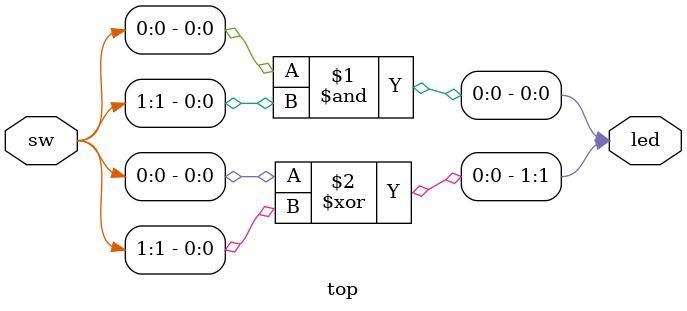
<source format=v>
`timescale 1ns / 1ps


module top(
    input [1:0] sw,
    output [1:0] led
    );
    assign led[0] = sw[0] & sw[1];
    assign led[1] = sw[0] ^ sw[1];
    
endmodule

</source>
